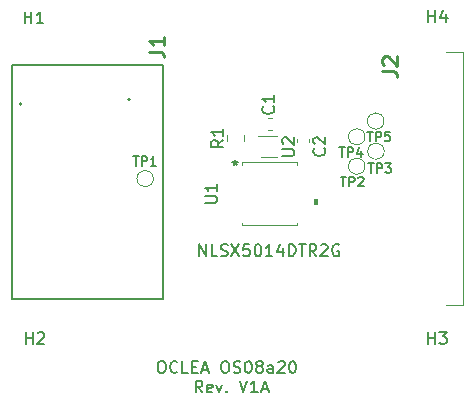
<source format=gbr>
%TF.GenerationSoftware,KiCad,Pcbnew,5.1.10-88a1d61d58~88~ubuntu18.04.1*%
%TF.CreationDate,2021-11-10T22:11:19+07:00*%
%TF.ProjectId,MX8Mx_EVK_MIPI_CSI-TEKNIQUE_OCLEA_OS08A20-ADAPTER,4d58384d-785f-4455-964b-5f4d4950495f,rev?*%
%TF.SameCoordinates,Original*%
%TF.FileFunction,Legend,Top*%
%TF.FilePolarity,Positive*%
%FSLAX46Y46*%
G04 Gerber Fmt 4.6, Leading zero omitted, Abs format (unit mm)*
G04 Created by KiCad (PCBNEW 5.1.10-88a1d61d58~88~ubuntu18.04.1) date 2021-11-10 22:11:19*
%MOMM*%
%LPD*%
G01*
G04 APERTURE LIST*
%ADD10C,0.150000*%
%ADD11C,0.100000*%
%ADD12C,0.120000*%
%ADD13C,0.127000*%
%ADD14C,0.200000*%
%ADD15C,0.254000*%
G04 APERTURE END LIST*
D10*
X116146012Y-111962180D02*
X116336488Y-111962180D01*
X116431726Y-112009800D01*
X116526964Y-112105038D01*
X116574583Y-112295514D01*
X116574583Y-112628847D01*
X116526964Y-112819323D01*
X116431726Y-112914561D01*
X116336488Y-112962180D01*
X116146012Y-112962180D01*
X116050774Y-112914561D01*
X115955536Y-112819323D01*
X115907917Y-112628847D01*
X115907917Y-112295514D01*
X115955536Y-112105038D01*
X116050774Y-112009800D01*
X116146012Y-111962180D01*
X117574583Y-112866942D02*
X117526964Y-112914561D01*
X117384107Y-112962180D01*
X117288869Y-112962180D01*
X117146012Y-112914561D01*
X117050774Y-112819323D01*
X117003155Y-112724085D01*
X116955536Y-112533609D01*
X116955536Y-112390752D01*
X117003155Y-112200276D01*
X117050774Y-112105038D01*
X117146012Y-112009800D01*
X117288869Y-111962180D01*
X117384107Y-111962180D01*
X117526964Y-112009800D01*
X117574583Y-112057419D01*
X118479345Y-112962180D02*
X118003155Y-112962180D01*
X118003155Y-111962180D01*
X118812679Y-112438371D02*
X119146012Y-112438371D01*
X119288869Y-112962180D02*
X118812679Y-112962180D01*
X118812679Y-111962180D01*
X119288869Y-111962180D01*
X119669821Y-112676466D02*
X120146012Y-112676466D01*
X119574583Y-112962180D02*
X119907917Y-111962180D01*
X120241250Y-112962180D01*
X121526964Y-111962180D02*
X121717440Y-111962180D01*
X121812679Y-112009800D01*
X121907917Y-112105038D01*
X121955536Y-112295514D01*
X121955536Y-112628847D01*
X121907917Y-112819323D01*
X121812679Y-112914561D01*
X121717440Y-112962180D01*
X121526964Y-112962180D01*
X121431726Y-112914561D01*
X121336488Y-112819323D01*
X121288869Y-112628847D01*
X121288869Y-112295514D01*
X121336488Y-112105038D01*
X121431726Y-112009800D01*
X121526964Y-111962180D01*
X122336488Y-112914561D02*
X122479345Y-112962180D01*
X122717440Y-112962180D01*
X122812679Y-112914561D01*
X122860298Y-112866942D01*
X122907917Y-112771704D01*
X122907917Y-112676466D01*
X122860298Y-112581228D01*
X122812679Y-112533609D01*
X122717440Y-112485990D01*
X122526964Y-112438371D01*
X122431726Y-112390752D01*
X122384107Y-112343133D01*
X122336488Y-112247895D01*
X122336488Y-112152657D01*
X122384107Y-112057419D01*
X122431726Y-112009800D01*
X122526964Y-111962180D01*
X122765060Y-111962180D01*
X122907917Y-112009800D01*
X123526964Y-111962180D02*
X123622202Y-111962180D01*
X123717440Y-112009800D01*
X123765060Y-112057419D01*
X123812679Y-112152657D01*
X123860298Y-112343133D01*
X123860298Y-112581228D01*
X123812679Y-112771704D01*
X123765060Y-112866942D01*
X123717440Y-112914561D01*
X123622202Y-112962180D01*
X123526964Y-112962180D01*
X123431726Y-112914561D01*
X123384107Y-112866942D01*
X123336488Y-112771704D01*
X123288869Y-112581228D01*
X123288869Y-112343133D01*
X123336488Y-112152657D01*
X123384107Y-112057419D01*
X123431726Y-112009800D01*
X123526964Y-111962180D01*
X124431726Y-112390752D02*
X124336488Y-112343133D01*
X124288869Y-112295514D01*
X124241250Y-112200276D01*
X124241250Y-112152657D01*
X124288869Y-112057419D01*
X124336488Y-112009800D01*
X124431726Y-111962180D01*
X124622202Y-111962180D01*
X124717440Y-112009800D01*
X124765060Y-112057419D01*
X124812679Y-112152657D01*
X124812679Y-112200276D01*
X124765060Y-112295514D01*
X124717440Y-112343133D01*
X124622202Y-112390752D01*
X124431726Y-112390752D01*
X124336488Y-112438371D01*
X124288869Y-112485990D01*
X124241250Y-112581228D01*
X124241250Y-112771704D01*
X124288869Y-112866942D01*
X124336488Y-112914561D01*
X124431726Y-112962180D01*
X124622202Y-112962180D01*
X124717440Y-112914561D01*
X124765060Y-112866942D01*
X124812679Y-112771704D01*
X124812679Y-112581228D01*
X124765060Y-112485990D01*
X124717440Y-112438371D01*
X124622202Y-112390752D01*
X125669821Y-112962180D02*
X125669821Y-112438371D01*
X125622202Y-112343133D01*
X125526964Y-112295514D01*
X125336488Y-112295514D01*
X125241250Y-112343133D01*
X125669821Y-112914561D02*
X125574583Y-112962180D01*
X125336488Y-112962180D01*
X125241250Y-112914561D01*
X125193631Y-112819323D01*
X125193631Y-112724085D01*
X125241250Y-112628847D01*
X125336488Y-112581228D01*
X125574583Y-112581228D01*
X125669821Y-112533609D01*
X126098393Y-112057419D02*
X126146012Y-112009800D01*
X126241250Y-111962180D01*
X126479345Y-111962180D01*
X126574583Y-112009800D01*
X126622202Y-112057419D01*
X126669821Y-112152657D01*
X126669821Y-112247895D01*
X126622202Y-112390752D01*
X126050774Y-112962180D01*
X126669821Y-112962180D01*
X127288869Y-111962180D02*
X127384107Y-111962180D01*
X127479345Y-112009800D01*
X127526964Y-112057419D01*
X127574583Y-112152657D01*
X127622202Y-112343133D01*
X127622202Y-112581228D01*
X127574583Y-112771704D01*
X127526964Y-112866942D01*
X127479345Y-112914561D01*
X127384107Y-112962180D01*
X127288869Y-112962180D01*
X127193631Y-112914561D01*
X127146012Y-112866942D01*
X127098393Y-112771704D01*
X127050774Y-112581228D01*
X127050774Y-112343133D01*
X127098393Y-112152657D01*
X127146012Y-112057419D01*
X127193631Y-112009800D01*
X127288869Y-111962180D01*
X119693631Y-114612180D02*
X119360298Y-114135990D01*
X119122202Y-114612180D02*
X119122202Y-113612180D01*
X119503155Y-113612180D01*
X119598393Y-113659800D01*
X119646012Y-113707419D01*
X119693631Y-113802657D01*
X119693631Y-113945514D01*
X119646012Y-114040752D01*
X119598393Y-114088371D01*
X119503155Y-114135990D01*
X119122202Y-114135990D01*
X120503155Y-114564561D02*
X120407917Y-114612180D01*
X120217440Y-114612180D01*
X120122202Y-114564561D01*
X120074583Y-114469323D01*
X120074583Y-114088371D01*
X120122202Y-113993133D01*
X120217440Y-113945514D01*
X120407917Y-113945514D01*
X120503155Y-113993133D01*
X120550774Y-114088371D01*
X120550774Y-114183609D01*
X120074583Y-114278847D01*
X120884107Y-113945514D02*
X121122202Y-114612180D01*
X121360298Y-113945514D01*
X121741250Y-114516942D02*
X121788869Y-114564561D01*
X121741250Y-114612180D01*
X121693631Y-114564561D01*
X121741250Y-114516942D01*
X121741250Y-114612180D01*
X122836488Y-113612180D02*
X123169821Y-114612180D01*
X123503155Y-113612180D01*
X124360298Y-114612180D02*
X123788869Y-114612180D01*
X124074583Y-114612180D02*
X124074583Y-113612180D01*
X123979345Y-113755038D01*
X123884107Y-113850276D01*
X123788869Y-113897895D01*
X124741250Y-114326466D02*
X125217440Y-114326466D01*
X124646012Y-114612180D02*
X124979345Y-113612180D01*
X125312679Y-114612180D01*
D11*
%TO.C,J2*%
X140353040Y-107240080D02*
X141753040Y-107240080D01*
X141753040Y-107240080D02*
X141753040Y-85810080D01*
X141753040Y-85810080D02*
X140353040Y-85810080D01*
D12*
%TO.C,TP5*%
X135071080Y-91638120D02*
G75*
G03*
X135071080Y-91638120I-700000J0D01*
G01*
%TO.C,TP4*%
X133465800Y-92964000D02*
G75*
G03*
X133465800Y-92964000I-700000J0D01*
G01*
%TO.C,TP3*%
X135091400Y-94188280D02*
G75*
G03*
X135091400Y-94188280I-700000J0D01*
G01*
%TO.C,TP2*%
X133465800Y-95453200D02*
G75*
G03*
X133465800Y-95453200I-700000J0D01*
G01*
%TO.C,TP1*%
X115546100Y-96507300D02*
G75*
G03*
X115546100Y-96507300I-700000J0D01*
G01*
D11*
%TO.C,U1*%
G36*
X129425700Y-98249499D02*
G01*
X129425700Y-98630499D01*
X129171700Y-98630499D01*
X129171700Y-98249499D01*
X129425700Y-98249499D01*
G37*
X129425700Y-98249499D02*
X129425700Y-98630499D01*
X129171700Y-98630499D01*
X129171700Y-98249499D01*
X129425700Y-98249499D01*
D12*
X127685800Y-95329461D02*
X127685800Y-95110300D01*
X123037600Y-100250539D02*
X123037600Y-100469700D01*
X123037600Y-95110300D02*
X123037600Y-95329459D01*
X127685800Y-95110300D02*
X123037600Y-95110300D01*
X127685800Y-100469700D02*
X127685800Y-100250541D01*
X123037600Y-100469700D02*
X127685800Y-100469700D01*
%TO.C,C2*%
X128754600Y-93428867D02*
X128754600Y-93136333D01*
X127734600Y-93428867D02*
X127734600Y-93136333D01*
%TO.C,C1*%
X125551147Y-91361800D02*
X125258613Y-91361800D01*
X125551147Y-92381800D02*
X125258613Y-92381800D01*
%TO.C,U2*%
X125986300Y-94714900D02*
X124686300Y-94714900D01*
X124436300Y-92914900D02*
X125986300Y-92914900D01*
%TO.C,R1*%
X123254440Y-92844376D02*
X123254440Y-93298504D01*
X121784440Y-92844376D02*
X121784440Y-93298504D01*
D13*
%TO.C,J1*%
X103579400Y-86893500D02*
X116379400Y-86893500D01*
X116379400Y-86893500D02*
X116379400Y-106693500D01*
X116379400Y-106693500D02*
X103579400Y-106693500D01*
X103579400Y-106693500D02*
X103579400Y-86893500D01*
D14*
X104379400Y-90193500D02*
G75*
G03*
X104379400Y-90193500I-100000J0D01*
G01*
X113579400Y-89793500D02*
G75*
G03*
X113579400Y-89793500I-100000J0D01*
G01*
%TO.C,J2*%
D15*
X134940523Y-87433573D02*
X135847666Y-87433573D01*
X136029095Y-87494049D01*
X136150047Y-87615001D01*
X136210523Y-87796430D01*
X136210523Y-87917382D01*
X135061476Y-86889287D02*
X135001000Y-86828811D01*
X134940523Y-86707859D01*
X134940523Y-86405478D01*
X135001000Y-86284525D01*
X135061476Y-86224049D01*
X135182428Y-86163573D01*
X135303380Y-86163573D01*
X135484809Y-86224049D01*
X136210523Y-86949763D01*
X136210523Y-86163573D01*
%TO.C,TP5*%
D10*
X133666356Y-92520824D02*
X134123499Y-92520824D01*
X133894927Y-93320824D02*
X133894927Y-92520824D01*
X134390165Y-93320824D02*
X134390165Y-92520824D01*
X134694927Y-92520824D01*
X134771118Y-92558920D01*
X134809213Y-92597015D01*
X134847308Y-92673205D01*
X134847308Y-92787491D01*
X134809213Y-92863681D01*
X134771118Y-92901777D01*
X134694927Y-92939872D01*
X134390165Y-92939872D01*
X135571118Y-92520824D02*
X135190165Y-92520824D01*
X135152070Y-92901777D01*
X135190165Y-92863681D01*
X135266356Y-92825586D01*
X135456832Y-92825586D01*
X135533022Y-92863681D01*
X135571118Y-92901777D01*
X135609213Y-92977967D01*
X135609213Y-93168443D01*
X135571118Y-93244634D01*
X135533022Y-93282729D01*
X135456832Y-93320824D01*
X135266356Y-93320824D01*
X135190165Y-93282729D01*
X135152070Y-93244634D01*
%TO.C,TP4*%
X131283836Y-93861944D02*
X131740979Y-93861944D01*
X131512407Y-94661944D02*
X131512407Y-93861944D01*
X132007645Y-94661944D02*
X132007645Y-93861944D01*
X132312407Y-93861944D01*
X132388598Y-93900040D01*
X132426693Y-93938135D01*
X132464788Y-94014325D01*
X132464788Y-94128611D01*
X132426693Y-94204801D01*
X132388598Y-94242897D01*
X132312407Y-94280992D01*
X132007645Y-94280992D01*
X133150502Y-94128611D02*
X133150502Y-94661944D01*
X132960026Y-93823849D02*
X132769550Y-94395278D01*
X133264788Y-94395278D01*
%TO.C,TP3*%
X133724776Y-95223384D02*
X134181919Y-95223384D01*
X133953347Y-96023384D02*
X133953347Y-95223384D01*
X134448585Y-96023384D02*
X134448585Y-95223384D01*
X134753347Y-95223384D01*
X134829538Y-95261480D01*
X134867633Y-95299575D01*
X134905728Y-95375765D01*
X134905728Y-95490051D01*
X134867633Y-95566241D01*
X134829538Y-95604337D01*
X134753347Y-95642432D01*
X134448585Y-95642432D01*
X135172395Y-95223384D02*
X135667633Y-95223384D01*
X135400966Y-95528146D01*
X135515252Y-95528146D01*
X135591442Y-95566241D01*
X135629538Y-95604337D01*
X135667633Y-95680527D01*
X135667633Y-95871003D01*
X135629538Y-95947194D01*
X135591442Y-95985289D01*
X135515252Y-96023384D01*
X135286680Y-96023384D01*
X135210490Y-95985289D01*
X135172395Y-95947194D01*
%TO.C,TP2*%
X131400676Y-96346064D02*
X131857819Y-96346064D01*
X131629247Y-97146064D02*
X131629247Y-96346064D01*
X132124485Y-97146064D02*
X132124485Y-96346064D01*
X132429247Y-96346064D01*
X132505438Y-96384160D01*
X132543533Y-96422255D01*
X132581628Y-96498445D01*
X132581628Y-96612731D01*
X132543533Y-96688921D01*
X132505438Y-96727017D01*
X132429247Y-96765112D01*
X132124485Y-96765112D01*
X132886390Y-96422255D02*
X132924485Y-96384160D01*
X133000676Y-96346064D01*
X133191152Y-96346064D01*
X133267342Y-96384160D01*
X133305438Y-96422255D01*
X133343533Y-96498445D01*
X133343533Y-96574636D01*
X133305438Y-96688921D01*
X132848295Y-97146064D01*
X133343533Y-97146064D01*
%TO.C,TP1*%
X113836576Y-94621204D02*
X114293719Y-94621204D01*
X114065147Y-95421204D02*
X114065147Y-94621204D01*
X114560385Y-95421204D02*
X114560385Y-94621204D01*
X114865147Y-94621204D01*
X114941338Y-94659300D01*
X114979433Y-94697395D01*
X115017528Y-94773585D01*
X115017528Y-94887871D01*
X114979433Y-94964061D01*
X114941338Y-95002157D01*
X114865147Y-95040252D01*
X114560385Y-95040252D01*
X115779433Y-95421204D02*
X115322290Y-95421204D01*
X115550861Y-95421204D02*
X115550861Y-94621204D01*
X115474671Y-94735490D01*
X115398480Y-94811680D01*
X115322290Y-94849776D01*
%TO.C,U1*%
X119924580Y-98564604D02*
X120734104Y-98564604D01*
X120829342Y-98516985D01*
X120876961Y-98469366D01*
X120924580Y-98374128D01*
X120924580Y-98183652D01*
X120876961Y-98088414D01*
X120829342Y-98040795D01*
X120734104Y-97993176D01*
X119924580Y-97993176D01*
X120924580Y-96993176D02*
X120924580Y-97564604D01*
X120924580Y-97278890D02*
X119924580Y-97278890D01*
X120067438Y-97374128D01*
X120162676Y-97469366D01*
X120210295Y-97564604D01*
X119439158Y-103068380D02*
X119439158Y-102068380D01*
X120010586Y-103068380D01*
X120010586Y-102068380D01*
X120962967Y-103068380D02*
X120486777Y-103068380D01*
X120486777Y-102068380D01*
X121248681Y-103020761D02*
X121391539Y-103068380D01*
X121629634Y-103068380D01*
X121724872Y-103020761D01*
X121772491Y-102973142D01*
X121820110Y-102877904D01*
X121820110Y-102782666D01*
X121772491Y-102687428D01*
X121724872Y-102639809D01*
X121629634Y-102592190D01*
X121439158Y-102544571D01*
X121343920Y-102496952D01*
X121296300Y-102449333D01*
X121248681Y-102354095D01*
X121248681Y-102258857D01*
X121296300Y-102163619D01*
X121343920Y-102116000D01*
X121439158Y-102068380D01*
X121677253Y-102068380D01*
X121820110Y-102116000D01*
X122153443Y-102068380D02*
X122820110Y-103068380D01*
X122820110Y-102068380D02*
X122153443Y-103068380D01*
X123677253Y-102068380D02*
X123201062Y-102068380D01*
X123153443Y-102544571D01*
X123201062Y-102496952D01*
X123296300Y-102449333D01*
X123534396Y-102449333D01*
X123629634Y-102496952D01*
X123677253Y-102544571D01*
X123724872Y-102639809D01*
X123724872Y-102877904D01*
X123677253Y-102973142D01*
X123629634Y-103020761D01*
X123534396Y-103068380D01*
X123296300Y-103068380D01*
X123201062Y-103020761D01*
X123153443Y-102973142D01*
X124343920Y-102068380D02*
X124439158Y-102068380D01*
X124534396Y-102116000D01*
X124582015Y-102163619D01*
X124629634Y-102258857D01*
X124677253Y-102449333D01*
X124677253Y-102687428D01*
X124629634Y-102877904D01*
X124582015Y-102973142D01*
X124534396Y-103020761D01*
X124439158Y-103068380D01*
X124343920Y-103068380D01*
X124248681Y-103020761D01*
X124201062Y-102973142D01*
X124153443Y-102877904D01*
X124105824Y-102687428D01*
X124105824Y-102449333D01*
X124153443Y-102258857D01*
X124201062Y-102163619D01*
X124248681Y-102116000D01*
X124343920Y-102068380D01*
X125629634Y-103068380D02*
X125058205Y-103068380D01*
X125343920Y-103068380D02*
X125343920Y-102068380D01*
X125248681Y-102211238D01*
X125153443Y-102306476D01*
X125058205Y-102354095D01*
X126486777Y-102401714D02*
X126486777Y-103068380D01*
X126248681Y-102020761D02*
X126010586Y-102735047D01*
X126629634Y-102735047D01*
X127010586Y-103068380D02*
X127010586Y-102068380D01*
X127248681Y-102068380D01*
X127391539Y-102116000D01*
X127486777Y-102211238D01*
X127534396Y-102306476D01*
X127582015Y-102496952D01*
X127582015Y-102639809D01*
X127534396Y-102830285D01*
X127486777Y-102925523D01*
X127391539Y-103020761D01*
X127248681Y-103068380D01*
X127010586Y-103068380D01*
X127867729Y-102068380D02*
X128439158Y-102068380D01*
X128153443Y-103068380D02*
X128153443Y-102068380D01*
X129343920Y-103068380D02*
X129010586Y-102592190D01*
X128772491Y-103068380D02*
X128772491Y-102068380D01*
X129153443Y-102068380D01*
X129248681Y-102116000D01*
X129296300Y-102163619D01*
X129343920Y-102258857D01*
X129343920Y-102401714D01*
X129296300Y-102496952D01*
X129248681Y-102544571D01*
X129153443Y-102592190D01*
X128772491Y-102592190D01*
X129724872Y-102163619D02*
X129772491Y-102116000D01*
X129867729Y-102068380D01*
X130105824Y-102068380D01*
X130201062Y-102116000D01*
X130248681Y-102163619D01*
X130296300Y-102258857D01*
X130296300Y-102354095D01*
X130248681Y-102496952D01*
X129677253Y-103068380D01*
X130296300Y-103068380D01*
X131248681Y-102116000D02*
X131153443Y-102068380D01*
X131010586Y-102068380D01*
X130867729Y-102116000D01*
X130772491Y-102211238D01*
X130724872Y-102306476D01*
X130677253Y-102496952D01*
X130677253Y-102639809D01*
X130724872Y-102830285D01*
X130772491Y-102925523D01*
X130867729Y-103020761D01*
X131010586Y-103068380D01*
X131105824Y-103068380D01*
X131248681Y-103020761D01*
X131296300Y-102973142D01*
X131296300Y-102639809D01*
X131105824Y-102639809D01*
X122478800Y-94946220D02*
X122478800Y-95184316D01*
X122240704Y-95089078D02*
X122478800Y-95184316D01*
X122716895Y-95089078D01*
X122335942Y-95374792D02*
X122478800Y-95184316D01*
X122621657Y-95374792D01*
X122478800Y-94938600D02*
X122478800Y-95176696D01*
X122240704Y-95081458D02*
X122478800Y-95176696D01*
X122716895Y-95081458D01*
X122335942Y-95367172D02*
X122478800Y-95176696D01*
X122621657Y-95367172D01*
%TO.C,C2*%
X129998742Y-93943466D02*
X130046361Y-93991085D01*
X130093980Y-94133942D01*
X130093980Y-94229180D01*
X130046361Y-94372038D01*
X129951123Y-94467276D01*
X129855885Y-94514895D01*
X129665409Y-94562514D01*
X129522552Y-94562514D01*
X129332076Y-94514895D01*
X129236838Y-94467276D01*
X129141600Y-94372038D01*
X129093980Y-94229180D01*
X129093980Y-94133942D01*
X129141600Y-93991085D01*
X129189219Y-93943466D01*
X129189219Y-93562514D02*
X129141600Y-93514895D01*
X129093980Y-93419657D01*
X129093980Y-93181561D01*
X129141600Y-93086323D01*
X129189219Y-93038704D01*
X129284457Y-92991085D01*
X129379695Y-92991085D01*
X129522552Y-93038704D01*
X130093980Y-93610133D01*
X130093980Y-92991085D01*
%TO.C,C1*%
X125670582Y-90397626D02*
X125718201Y-90445245D01*
X125765820Y-90588102D01*
X125765820Y-90683340D01*
X125718201Y-90826198D01*
X125622963Y-90921436D01*
X125527725Y-90969055D01*
X125337249Y-91016674D01*
X125194392Y-91016674D01*
X125003916Y-90969055D01*
X124908678Y-90921436D01*
X124813440Y-90826198D01*
X124765820Y-90683340D01*
X124765820Y-90588102D01*
X124813440Y-90445245D01*
X124861059Y-90397626D01*
X125765820Y-89445245D02*
X125765820Y-90016674D01*
X125765820Y-89730960D02*
X124765820Y-89730960D01*
X124908678Y-89826198D01*
X125003916Y-89921436D01*
X125051535Y-90016674D01*
%TO.C,U2*%
X126465080Y-94576804D02*
X127274604Y-94576804D01*
X127369842Y-94529185D01*
X127417461Y-94481566D01*
X127465080Y-94386328D01*
X127465080Y-94195852D01*
X127417461Y-94100614D01*
X127369842Y-94052995D01*
X127274604Y-94005376D01*
X126465080Y-94005376D01*
X126560319Y-93576804D02*
X126512700Y-93529185D01*
X126465080Y-93433947D01*
X126465080Y-93195852D01*
X126512700Y-93100614D01*
X126560319Y-93052995D01*
X126655557Y-93005376D01*
X126750795Y-93005376D01*
X126893652Y-93052995D01*
X127465080Y-93624423D01*
X127465080Y-93005376D01*
%TO.C,R1*%
X121452900Y-93247506D02*
X120976710Y-93580840D01*
X121452900Y-93818935D02*
X120452900Y-93818935D01*
X120452900Y-93437982D01*
X120500520Y-93342744D01*
X120548139Y-93295125D01*
X120643377Y-93247506D01*
X120786234Y-93247506D01*
X120881472Y-93295125D01*
X120929091Y-93342744D01*
X120976710Y-93437982D01*
X120976710Y-93818935D01*
X121452900Y-92295125D02*
X121452900Y-92866554D01*
X121452900Y-92580840D02*
X120452900Y-92580840D01*
X120595758Y-92676078D01*
X120690996Y-92771316D01*
X120738615Y-92866554D01*
%TO.C,H4*%
X138833955Y-83266540D02*
X138833955Y-82266540D01*
X138833955Y-82742731D02*
X139405383Y-82742731D01*
X139405383Y-83266540D02*
X139405383Y-82266540D01*
X140310145Y-82599874D02*
X140310145Y-83266540D01*
X140072050Y-82218921D02*
X139833955Y-82933207D01*
X140453002Y-82933207D01*
%TO.C,H3*%
X138790775Y-110488120D02*
X138790775Y-109488120D01*
X138790775Y-109964311D02*
X139362203Y-109964311D01*
X139362203Y-110488120D02*
X139362203Y-109488120D01*
X139743156Y-109488120D02*
X140362203Y-109488120D01*
X140028870Y-109869073D01*
X140171727Y-109869073D01*
X140266965Y-109916692D01*
X140314584Y-109964311D01*
X140362203Y-110059549D01*
X140362203Y-110297644D01*
X140314584Y-110392882D01*
X140266965Y-110440501D01*
X140171727Y-110488120D01*
X139886013Y-110488120D01*
X139790775Y-110440501D01*
X139743156Y-110392882D01*
%TO.C,H2*%
X104752235Y-110490660D02*
X104752235Y-109490660D01*
X104752235Y-109966851D02*
X105323663Y-109966851D01*
X105323663Y-110490660D02*
X105323663Y-109490660D01*
X105752235Y-109585899D02*
X105799854Y-109538280D01*
X105895092Y-109490660D01*
X106133187Y-109490660D01*
X106228425Y-109538280D01*
X106276044Y-109585899D01*
X106323663Y-109681137D01*
X106323663Y-109776375D01*
X106276044Y-109919232D01*
X105704616Y-110490660D01*
X106323663Y-110490660D01*
%TO.C,H1*%
X104653175Y-83357980D02*
X104653175Y-82357980D01*
X104653175Y-82834171D02*
X105224603Y-82834171D01*
X105224603Y-83357980D02*
X105224603Y-82357980D01*
X106224603Y-83357980D02*
X105653175Y-83357980D01*
X105938889Y-83357980D02*
X105938889Y-82357980D01*
X105843651Y-82500838D01*
X105748413Y-82596076D01*
X105653175Y-82643695D01*
%TO.C,J1*%
D15*
X115189483Y-85762253D02*
X116096626Y-85762253D01*
X116278055Y-85822729D01*
X116399007Y-85943681D01*
X116459483Y-86125110D01*
X116459483Y-86246062D01*
X116459483Y-84492253D02*
X116459483Y-85217967D01*
X116459483Y-84855110D02*
X115189483Y-84855110D01*
X115370912Y-84976062D01*
X115491864Y-85097015D01*
X115552340Y-85217967D01*
%TD*%
M02*

</source>
